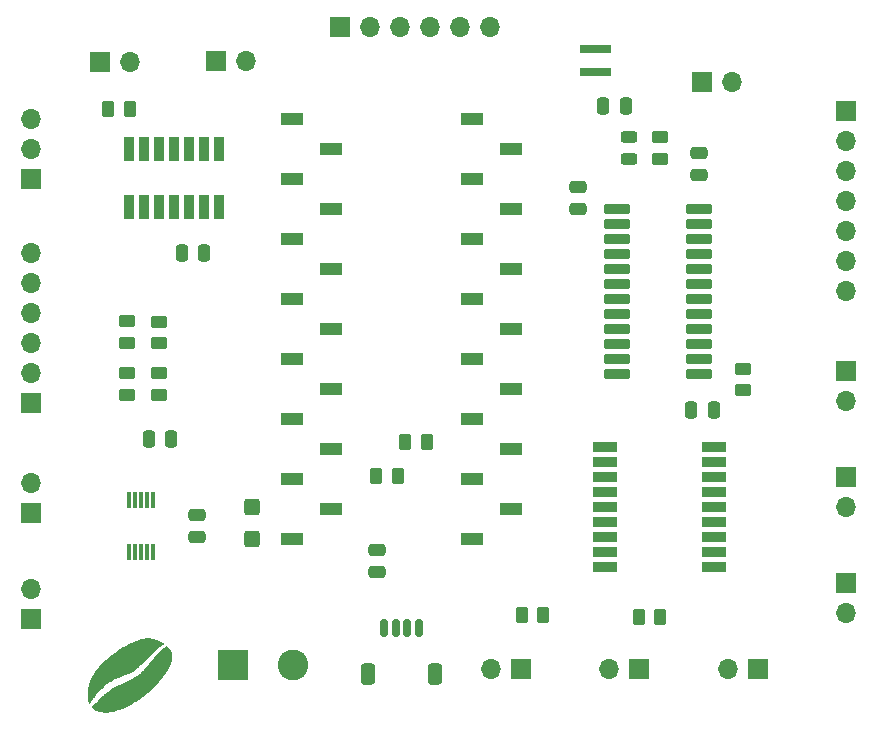
<source format=gbr>
%TF.GenerationSoftware,KiCad,Pcbnew,7.0.10*%
%TF.CreationDate,2024-03-09T05:04:33-09:00*%
%TF.ProjectId,SP_V.1.7.5_Board,53505f56-2e31-42e3-972e-355f426f6172,rev?*%
%TF.SameCoordinates,Original*%
%TF.FileFunction,Soldermask,Top*%
%TF.FilePolarity,Negative*%
%FSLAX46Y46*%
G04 Gerber Fmt 4.6, Leading zero omitted, Abs format (unit mm)*
G04 Created by KiCad (PCBNEW 7.0.10) date 2024-03-09 05:04:33*
%MOMM*%
%LPD*%
G01*
G04 APERTURE LIST*
G04 Aperture macros list*
%AMRoundRect*
0 Rectangle with rounded corners*
0 $1 Rounding radius*
0 $2 $3 $4 $5 $6 $7 $8 $9 X,Y pos of 4 corners*
0 Add a 4 corners polygon primitive as box body*
4,1,4,$2,$3,$4,$5,$6,$7,$8,$9,$2,$3,0*
0 Add four circle primitives for the rounded corners*
1,1,$1+$1,$2,$3*
1,1,$1+$1,$4,$5*
1,1,$1+$1,$6,$7*
1,1,$1+$1,$8,$9*
0 Add four rect primitives between the rounded corners*
20,1,$1+$1,$2,$3,$4,$5,0*
20,1,$1+$1,$4,$5,$6,$7,0*
20,1,$1+$1,$6,$7,$8,$9,0*
20,1,$1+$1,$8,$9,$2,$3,0*%
G04 Aperture macros list end*
%ADD10R,1.900000X1.000000*%
%ADD11R,1.700000X1.700000*%
%ADD12O,1.700000X1.700000*%
%ADD13RoundRect,0.250000X0.262500X0.450000X-0.262500X0.450000X-0.262500X-0.450000X0.262500X-0.450000X0*%
%ADD14RoundRect,0.056280X0.345720X-0.995720X0.345720X0.995720X-0.345720X0.995720X-0.345720X-0.995720X0*%
%ADD15RoundRect,0.250000X0.475000X-0.250000X0.475000X0.250000X-0.475000X0.250000X-0.475000X-0.250000X0*%
%ADD16RoundRect,0.250000X0.425000X-0.450000X0.425000X0.450000X-0.425000X0.450000X-0.425000X-0.450000X0*%
%ADD17RoundRect,0.250000X0.450000X-0.262500X0.450000X0.262500X-0.450000X0.262500X-0.450000X-0.262500X0*%
%ADD18RoundRect,0.056280X-1.000720X-0.345720X1.000720X-0.345720X1.000720X0.345720X-1.000720X0.345720X0*%
%ADD19RoundRect,0.243750X0.456250X-0.243750X0.456250X0.243750X-0.456250X0.243750X-0.456250X-0.243750X0*%
%ADD20RoundRect,0.250000X-0.250000X-0.475000X0.250000X-0.475000X0.250000X0.475000X-0.250000X0.475000X0*%
%ADD21RoundRect,0.250000X-0.450000X0.262500X-0.450000X-0.262500X0.450000X-0.262500X0.450000X0.262500X0*%
%ADD22RoundRect,0.250000X-0.262500X-0.450000X0.262500X-0.450000X0.262500X0.450000X-0.262500X0.450000X0*%
%ADD23RoundRect,0.039240X-0.287760X0.307760X-0.287760X-0.307760X0.287760X-0.307760X0.287760X0.307760X0*%
%ADD24RoundRect,0.250000X0.250000X0.475000X-0.250000X0.475000X-0.250000X-0.475000X0.250000X-0.475000X0*%
%ADD25R,0.300000X1.400000*%
%ADD26R,2.600000X2.600000*%
%ADD27C,2.600000*%
%ADD28RoundRect,0.150000X-0.150000X-0.625000X0.150000X-0.625000X0.150000X0.625000X-0.150000X0.625000X0*%
%ADD29RoundRect,0.250000X-0.350000X-0.650000X0.350000X-0.650000X0.350000X0.650000X-0.350000X0.650000X0*%
%ADD30RoundRect,0.065120X-1.021880X-0.341880X1.021880X-0.341880X1.021880X0.341880X-1.021880X0.341880X0*%
G04 APERTURE END LIST*
%TO.C,REF\u002A\u002A*%
G36*
X117077611Y-109652382D02*
G01*
X117253486Y-109670624D01*
X117339401Y-109685214D01*
X117423990Y-109703445D01*
X117507270Y-109725314D01*
X117589256Y-109750817D01*
X117669965Y-109779949D01*
X117749413Y-109812706D01*
X117799832Y-109835933D01*
X117853645Y-109862710D01*
X117908949Y-109891948D01*
X117963840Y-109922557D01*
X118016414Y-109953448D01*
X118064769Y-109983531D01*
X118107001Y-110011718D01*
X118125226Y-110024760D01*
X118141206Y-110036919D01*
X118151453Y-110044865D01*
X118166832Y-110056611D01*
X118204662Y-110085170D01*
X118211422Y-110090340D01*
X118217432Y-110095172D01*
X118222713Y-110099711D01*
X118225086Y-110101884D01*
X118227283Y-110104001D01*
X118229308Y-110106068D01*
X118231163Y-110108089D01*
X118232849Y-110110071D01*
X118234371Y-110112018D01*
X118235729Y-110113938D01*
X118236927Y-110115835D01*
X118237966Y-110117714D01*
X118238850Y-110119583D01*
X118239581Y-110121446D01*
X118240161Y-110123308D01*
X118240593Y-110125176D01*
X118240878Y-110127055D01*
X118241020Y-110128951D01*
X118241021Y-110130869D01*
X118240884Y-110132815D01*
X118240610Y-110134795D01*
X118240203Y-110136814D01*
X118239664Y-110138878D01*
X118238996Y-110140993D01*
X118238202Y-110143163D01*
X118237283Y-110145396D01*
X118236244Y-110147695D01*
X118233809Y-110152519D01*
X118231822Y-110155882D01*
X118229464Y-110159257D01*
X118226766Y-110162623D01*
X118223759Y-110165957D01*
X118220472Y-110169237D01*
X118216937Y-110172442D01*
X118213184Y-110175550D01*
X118209242Y-110178538D01*
X118205143Y-110181384D01*
X118200916Y-110184066D01*
X118196592Y-110186563D01*
X118192202Y-110188853D01*
X118187776Y-110190913D01*
X118183344Y-110192721D01*
X118178936Y-110194255D01*
X118174584Y-110195494D01*
X118170321Y-110196622D01*
X118166178Y-110197828D01*
X118162175Y-110199102D01*
X118158334Y-110200432D01*
X118154677Y-110201809D01*
X118151225Y-110203220D01*
X118148000Y-110204655D01*
X118145023Y-110206104D01*
X118142315Y-110207554D01*
X118139898Y-110208997D01*
X118138805Y-110209711D01*
X118137794Y-110210419D01*
X118136865Y-110211120D01*
X118136023Y-110211811D01*
X118135270Y-110212493D01*
X118134608Y-110213163D01*
X118134041Y-110213819D01*
X118133570Y-110214462D01*
X118133199Y-110215088D01*
X118132930Y-110215697D01*
X118132766Y-110216288D01*
X118132710Y-110216860D01*
X118132603Y-110217482D01*
X118132290Y-110218228D01*
X118131063Y-110220070D01*
X118129070Y-110222355D01*
X118126353Y-110225051D01*
X118118912Y-110231553D01*
X118109070Y-110239324D01*
X118097154Y-110248112D01*
X118083497Y-110257668D01*
X118068427Y-110267739D01*
X118052275Y-110278075D01*
X118025943Y-110294879D01*
X118000000Y-110312274D01*
X117972060Y-110332064D01*
X117939738Y-110356051D01*
X117900649Y-110386039D01*
X117852409Y-110423829D01*
X117718929Y-110530028D01*
X117647075Y-110589758D01*
X117560190Y-110666099D01*
X117458242Y-110759080D01*
X117341199Y-110868733D01*
X117061696Y-111138177D01*
X116721422Y-111474678D01*
X116494859Y-111699901D01*
X116307597Y-111883485D01*
X116152500Y-112031802D01*
X116084783Y-112094729D01*
X116022430Y-112151228D01*
X115964550Y-112202099D01*
X115910250Y-112248136D01*
X115858638Y-112290138D01*
X115808822Y-112328900D01*
X115759909Y-112365220D01*
X115711008Y-112399894D01*
X115661227Y-112433719D01*
X115609673Y-112467491D01*
X115529047Y-112516663D01*
X115440060Y-112565695D01*
X115343595Y-112614197D01*
X115240532Y-112661779D01*
X115131753Y-112708049D01*
X115018141Y-112752617D01*
X114900576Y-112795092D01*
X114779939Y-112835085D01*
X114721379Y-112853864D01*
X114668335Y-112871283D01*
X114626644Y-112885402D01*
X114611878Y-112890617D01*
X114602139Y-112894280D01*
X114407405Y-112971340D01*
X114295130Y-113017622D01*
X114182252Y-113068127D01*
X114068487Y-113123010D01*
X113953548Y-113182422D01*
X113837149Y-113246516D01*
X113719002Y-113315446D01*
X113598823Y-113389364D01*
X113476325Y-113468422D01*
X113450415Y-113486194D01*
X113421473Y-113507259D01*
X113355859Y-113558078D01*
X113282218Y-113618491D01*
X113203285Y-113686108D01*
X113121797Y-113758542D01*
X113040489Y-113833405D01*
X112962097Y-113908307D01*
X112889357Y-113980861D01*
X112828133Y-114046021D01*
X112756455Y-114126503D01*
X112677757Y-114218135D01*
X112595475Y-114316747D01*
X112513043Y-114418165D01*
X112433898Y-114518220D01*
X112361473Y-114612738D01*
X112299205Y-114697548D01*
X112271570Y-114736036D01*
X112246397Y-114770642D01*
X112226461Y-114797575D01*
X112219325Y-114806979D01*
X112214539Y-114813045D01*
X112209094Y-114820284D01*
X112200066Y-114833050D01*
X112173177Y-114872326D01*
X112137714Y-114925199D01*
X112097516Y-114985994D01*
X112056658Y-115047506D01*
X112019397Y-115102330D01*
X112003402Y-115125368D01*
X111989848Y-115144494D01*
X111979251Y-115158962D01*
X111972124Y-115168025D01*
X111972127Y-115168019D01*
X111963755Y-115177245D01*
X111955872Y-115184644D01*
X111952094Y-115187639D01*
X111948413Y-115190153D01*
X111944821Y-115192179D01*
X111941309Y-115193709D01*
X111937870Y-115194734D01*
X111934495Y-115195247D01*
X111931176Y-115195240D01*
X111927903Y-115194705D01*
X111924670Y-115193633D01*
X111921467Y-115192018D01*
X111918287Y-115189850D01*
X111915120Y-115187123D01*
X111911959Y-115183828D01*
X111908795Y-115179956D01*
X111902426Y-115170455D01*
X111895945Y-115158555D01*
X111889286Y-115144192D01*
X111882381Y-115127304D01*
X111875165Y-115107826D01*
X111867571Y-115085695D01*
X111859531Y-115060848D01*
X111835503Y-114979729D01*
X111815497Y-114900499D01*
X111799262Y-114821267D01*
X111786545Y-114740143D01*
X111777093Y-114655236D01*
X111770655Y-114564657D01*
X111766977Y-114466514D01*
X111765807Y-114358919D01*
X111767062Y-114267308D01*
X111770863Y-114177173D01*
X111777263Y-114088306D01*
X111786313Y-114000500D01*
X111798066Y-113913547D01*
X111812575Y-113827239D01*
X111829892Y-113741369D01*
X111850069Y-113655729D01*
X111873159Y-113570112D01*
X111899215Y-113484310D01*
X111928288Y-113398116D01*
X111960432Y-113311321D01*
X111995698Y-113223719D01*
X112034140Y-113135101D01*
X112075809Y-113045261D01*
X112120758Y-112953990D01*
X112205660Y-112794281D01*
X112296952Y-112638214D01*
X112395089Y-112485335D01*
X112500525Y-112335194D01*
X112613716Y-112187335D01*
X112735114Y-112041307D01*
X112865176Y-111896657D01*
X113004355Y-111752931D01*
X113153106Y-111609676D01*
X113311882Y-111466440D01*
X113481140Y-111322770D01*
X113661332Y-111178213D01*
X113852914Y-111032315D01*
X114056339Y-110884624D01*
X114272063Y-110734687D01*
X114500540Y-110582051D01*
X114751077Y-110422907D01*
X114994672Y-110278716D01*
X115231456Y-110149447D01*
X115461559Y-110035069D01*
X115685112Y-109935550D01*
X115902248Y-109850859D01*
X116113096Y-109780967D01*
X116317788Y-109725841D01*
X116516454Y-109685450D01*
X116709226Y-109659765D01*
X116896235Y-109648752D01*
X117077611Y-109652382D01*
G37*
G36*
X118565505Y-110374071D02*
G01*
X118587721Y-110395439D01*
X118608797Y-110416472D01*
X118628838Y-110437317D01*
X118647950Y-110458116D01*
X118666236Y-110479016D01*
X118683803Y-110500161D01*
X118700755Y-110521696D01*
X118717196Y-110543766D01*
X118733233Y-110566516D01*
X118748970Y-110590091D01*
X118764513Y-110614635D01*
X118779965Y-110640295D01*
X118795433Y-110667214D01*
X118811020Y-110695538D01*
X118842976Y-110756978D01*
X118865403Y-110802180D01*
X118874619Y-110821651D01*
X118882641Y-110839613D01*
X118889571Y-110856502D01*
X118895513Y-110872751D01*
X118900569Y-110888796D01*
X118904843Y-110905070D01*
X118908437Y-110922008D01*
X118911455Y-110940044D01*
X118913998Y-110959612D01*
X118916171Y-110981148D01*
X118919816Y-111031857D01*
X118923213Y-111095647D01*
X118924512Y-111133576D01*
X118924835Y-111174092D01*
X118924241Y-111216622D01*
X118922791Y-111260587D01*
X118917567Y-111350528D01*
X118909645Y-111439309D01*
X118899510Y-111522328D01*
X118893764Y-111560238D01*
X118887646Y-111594980D01*
X118881216Y-111625980D01*
X118874536Y-111652661D01*
X118867665Y-111674449D01*
X118860664Y-111690767D01*
X118856416Y-111699855D01*
X118849776Y-111715380D01*
X118830668Y-111762368D01*
X118806033Y-111824980D01*
X118778566Y-111896468D01*
X118764060Y-111933886D01*
X118748832Y-111971767D01*
X118733334Y-112009072D01*
X118718023Y-112044756D01*
X118703353Y-112077780D01*
X118689778Y-112107101D01*
X118677753Y-112131678D01*
X118667732Y-112150469D01*
X118648230Y-112185086D01*
X118626909Y-112223612D01*
X118606348Y-112261347D01*
X118589131Y-112293596D01*
X118573736Y-112322654D01*
X118558139Y-112351703D01*
X118544163Y-112377370D01*
X118533629Y-112396285D01*
X118518958Y-112420534D01*
X118497640Y-112453859D01*
X118472140Y-112492622D01*
X118444920Y-112533188D01*
X118418443Y-112571918D01*
X118395172Y-112605175D01*
X118377571Y-112629324D01*
X118371666Y-112636846D01*
X118368102Y-112640727D01*
X118366830Y-112641966D01*
X118365131Y-112643909D01*
X118360567Y-112649739D01*
X118354638Y-112657885D01*
X118347571Y-112668016D01*
X118339595Y-112679799D01*
X118330938Y-112692901D01*
X118321828Y-112706991D01*
X118312492Y-112721736D01*
X118302770Y-112736946D01*
X118292553Y-112752371D01*
X118282149Y-112767583D01*
X118271861Y-112782158D01*
X118261996Y-112795668D01*
X118252859Y-112807689D01*
X118244757Y-112817794D01*
X118241188Y-112821995D01*
X118237993Y-112825557D01*
X118231551Y-112832659D01*
X118224371Y-112840867D01*
X118216695Y-112849888D01*
X118208763Y-112859430D01*
X118200817Y-112869200D01*
X118193096Y-112878904D01*
X118185842Y-112888251D01*
X118179295Y-112896947D01*
X118107699Y-112990130D01*
X118025451Y-113090601D01*
X117933751Y-113197192D01*
X117833796Y-113308732D01*
X117613918Y-113541981D01*
X117375407Y-113780989D01*
X117127850Y-114016397D01*
X116880837Y-114238847D01*
X116643956Y-114438979D01*
X116532312Y-114527752D01*
X116426796Y-114607436D01*
X116407046Y-114621981D01*
X116388287Y-114635949D01*
X116370954Y-114649005D01*
X116355480Y-114660815D01*
X116342300Y-114671044D01*
X116331849Y-114679358D01*
X116324561Y-114685422D01*
X116322238Y-114687506D01*
X116320870Y-114688902D01*
X116308825Y-114700318D01*
X116287068Y-114717922D01*
X116220031Y-114767878D01*
X116130977Y-114831124D01*
X116031129Y-114900015D01*
X115931705Y-114966906D01*
X115843927Y-115024151D01*
X115779014Y-115064105D01*
X115758639Y-115075208D01*
X115748187Y-115079122D01*
X115747348Y-115079154D01*
X115746467Y-115079250D01*
X115744585Y-115079629D01*
X115742560Y-115080244D01*
X115740410Y-115081083D01*
X115738156Y-115082132D01*
X115735814Y-115083381D01*
X115733404Y-115084815D01*
X115730944Y-115086421D01*
X115728454Y-115088188D01*
X115725952Y-115090102D01*
X115723456Y-115092151D01*
X115720985Y-115094321D01*
X115718559Y-115096601D01*
X115716195Y-115098977D01*
X115713912Y-115101436D01*
X115711730Y-115103966D01*
X115709045Y-115106828D01*
X115705288Y-115110256D01*
X115694833Y-115118635D01*
X115680910Y-115128738D01*
X115664067Y-115140204D01*
X115644850Y-115152669D01*
X115623806Y-115165770D01*
X115601482Y-115179146D01*
X115578424Y-115192433D01*
X115398003Y-115294374D01*
X115353978Y-115318164D01*
X115290454Y-115351019D01*
X115127333Y-115432834D01*
X114953497Y-115517637D01*
X114813803Y-115583248D01*
X114742972Y-115614024D01*
X114668180Y-115644237D01*
X114508833Y-115702414D01*
X114339992Y-115756660D01*
X114165888Y-115805859D01*
X113990753Y-115848892D01*
X113818818Y-115884643D01*
X113654313Y-115911993D01*
X113576169Y-115922169D01*
X113501469Y-115929826D01*
X113501471Y-115929826D01*
X113432822Y-115934789D01*
X113364177Y-115937720D01*
X113295663Y-115938637D01*
X113227405Y-115937560D01*
X113159530Y-115934507D01*
X113092164Y-115929498D01*
X113025432Y-115922551D01*
X112959462Y-115913685D01*
X112894378Y-115902919D01*
X112830308Y-115890272D01*
X112767377Y-115875762D01*
X112705712Y-115859410D01*
X112645438Y-115841233D01*
X112586681Y-115821250D01*
X112529569Y-115799481D01*
X112474226Y-115775945D01*
X112452818Y-115765371D01*
X112428670Y-115751762D01*
X112402351Y-115735570D01*
X112374429Y-115717248D01*
X112345474Y-115697247D01*
X112316055Y-115676020D01*
X112286741Y-115654019D01*
X112258101Y-115631695D01*
X112230703Y-115609500D01*
X112205118Y-115587888D01*
X112181913Y-115567310D01*
X112161658Y-115548217D01*
X112144922Y-115531063D01*
X112132274Y-115516299D01*
X112127661Y-115509955D01*
X112124283Y-115504378D01*
X112122212Y-115499624D01*
X112121518Y-115495751D01*
X112123374Y-115488884D01*
X112128761Y-115478636D01*
X112149414Y-115448745D01*
X112182045Y-115407577D01*
X112225225Y-115356629D01*
X112337506Y-115231388D01*
X112474816Y-115085011D01*
X112625710Y-114929485D01*
X112778745Y-114776797D01*
X112922477Y-114638935D01*
X113045464Y-114527886D01*
X113129957Y-114455328D01*
X113192432Y-114402460D01*
X113257390Y-114348804D01*
X113349330Y-114273879D01*
X113419172Y-114218163D01*
X113490771Y-114163149D01*
X113638095Y-114055922D01*
X113789016Y-113953588D01*
X113941245Y-113857537D01*
X114092494Y-113769161D01*
X114167035Y-113728285D01*
X114240473Y-113689849D01*
X114312522Y-113654027D01*
X114382896Y-113620992D01*
X114451308Y-113590919D01*
X114517473Y-113563982D01*
X114567505Y-113544282D01*
X114616108Y-113524793D01*
X114657726Y-113507762D01*
X114686804Y-113495436D01*
X114880051Y-113411659D01*
X114963471Y-113374080D01*
X115060435Y-113327773D01*
X115165475Y-113275587D01*
X115273122Y-113220369D01*
X115377908Y-113164966D01*
X115474364Y-113112227D01*
X115557023Y-113064998D01*
X115620415Y-113026128D01*
X115668893Y-112995041D01*
X115714948Y-112966232D01*
X115753376Y-112942910D01*
X115768104Y-112934309D01*
X115778975Y-112928282D01*
X115795415Y-112918781D01*
X115817449Y-112904772D01*
X115875451Y-112865345D01*
X115947280Y-112814228D01*
X116027235Y-112755649D01*
X116109616Y-112693837D01*
X116188721Y-112633018D01*
X116258852Y-112577421D01*
X116314305Y-112531273D01*
X116432275Y-112425407D01*
X116550290Y-112312293D01*
X116666862Y-112193584D01*
X116780506Y-112070932D01*
X116889734Y-111945988D01*
X116993060Y-111820404D01*
X117088997Y-111695833D01*
X117133729Y-111634442D01*
X117176058Y-111573924D01*
X117236286Y-111488050D01*
X117299172Y-111402507D01*
X117364444Y-111317580D01*
X117431830Y-111233551D01*
X117501056Y-111150705D01*
X117571850Y-111069325D01*
X117643940Y-110989694D01*
X117717053Y-110912095D01*
X117790917Y-110836813D01*
X117865259Y-110764130D01*
X117939806Y-110694331D01*
X118014287Y-110627697D01*
X118088429Y-110564514D01*
X118161959Y-110505064D01*
X118234604Y-110449630D01*
X118306093Y-110398497D01*
X118470979Y-110284670D01*
X118565505Y-110374071D01*
G37*
%TD*%
D10*
%TO.C,J11*%
X129120000Y-65645000D03*
X132420000Y-68185000D03*
X129120000Y-70725000D03*
X132420000Y-73265000D03*
X129120000Y-75805000D03*
X132420000Y-78345000D03*
X129120000Y-80885000D03*
X132420000Y-83425000D03*
X129120000Y-85965000D03*
X132420000Y-88505000D03*
X129120000Y-91045000D03*
X132420000Y-93585000D03*
X129120000Y-96125000D03*
X132420000Y-98665000D03*
X129120000Y-101205000D03*
X144360000Y-101230000D03*
X147660000Y-98690000D03*
X144360000Y-96150000D03*
X147660000Y-93610000D03*
X144360000Y-91070000D03*
X147660000Y-88530000D03*
X144360000Y-85990000D03*
X147660000Y-83450000D03*
X144360000Y-80910000D03*
X147660000Y-78370000D03*
X144360000Y-75830000D03*
X147660000Y-73290000D03*
X144360000Y-70750000D03*
X147660000Y-68210000D03*
X144360000Y-65670000D03*
%TD*%
D11*
%TO.C,J13*%
X176000000Y-65000000D03*
D12*
X176000000Y-67540000D03*
X176000000Y-70080000D03*
X176000000Y-72620000D03*
X176000000Y-75160000D03*
X176000000Y-77700000D03*
X176000000Y-80240000D03*
%TD*%
D13*
%TO.C,R10*%
X140487500Y-93025000D03*
X138662500Y-93025000D03*
%TD*%
D14*
%TO.C,U5*%
X115290000Y-73117500D03*
X116560000Y-73117500D03*
X117830000Y-73117500D03*
X119100000Y-73117500D03*
X120370000Y-73117500D03*
X121640000Y-73117500D03*
X122910000Y-73117500D03*
X122910000Y-68207500D03*
X121640000Y-68207500D03*
X120370000Y-68207500D03*
X119100000Y-68207500D03*
X117830000Y-68207500D03*
X116560000Y-68207500D03*
X115290000Y-68207500D03*
%TD*%
D15*
%TO.C,C2*%
X163520000Y-70460000D03*
X163520000Y-68560000D03*
%TD*%
D16*
%TO.C,C7*%
X125730000Y-101200000D03*
X125730000Y-98500000D03*
%TD*%
D11*
%TO.C,J1*%
X163750000Y-62520000D03*
D12*
X166290000Y-62520000D03*
%TD*%
D11*
%TO.C,J9*%
X112810000Y-60830000D03*
D12*
X115350000Y-60830000D03*
%TD*%
D11*
%TO.C,J8*%
X133150000Y-57900000D03*
D12*
X135690000Y-57900000D03*
X138230000Y-57900000D03*
X140770000Y-57900000D03*
X143310000Y-57900000D03*
X145850000Y-57900000D03*
%TD*%
D17*
%TO.C,R5*%
X115085000Y-89012500D03*
X115085000Y-87187500D03*
%TD*%
%TO.C,R6*%
X117835000Y-84652500D03*
X117835000Y-82827500D03*
%TD*%
D11*
%TO.C,J6*%
X106975000Y-89750000D03*
D12*
X106975000Y-87210000D03*
X106975000Y-84670000D03*
X106975000Y-82130000D03*
X106975000Y-79590000D03*
X106975000Y-77050000D03*
%TD*%
D18*
%TO.C,U2*%
X155550000Y-93420000D03*
X155550000Y-94690000D03*
X155550000Y-95960000D03*
X155550000Y-97230000D03*
X155550000Y-98500000D03*
X155550000Y-99770000D03*
X155550000Y-101040000D03*
X155550000Y-102310000D03*
X155550000Y-103580000D03*
X164770000Y-103580000D03*
X164770000Y-102310000D03*
X164770000Y-101040000D03*
X164770000Y-99770000D03*
X164770000Y-98500000D03*
X164770000Y-97230000D03*
X164770000Y-95960000D03*
X164770000Y-94690000D03*
X164770000Y-93420000D03*
%TD*%
D11*
%TO.C,J10*%
X106975000Y-70725000D03*
D12*
X106975000Y-68185000D03*
X106975000Y-65645000D03*
%TD*%
D19*
%TO.C,D1*%
X157570000Y-69100000D03*
X157570000Y-67225000D03*
%TD*%
D11*
%TO.C,J15*%
X175975000Y-96000000D03*
D12*
X175975000Y-98540000D03*
%TD*%
D20*
%TO.C,C5*%
X155430000Y-64560000D03*
X157330000Y-64560000D03*
%TD*%
D21*
%TO.C,R4*%
X117825000Y-87207500D03*
X117825000Y-89032500D03*
%TD*%
D11*
%TO.C,J19*%
X176000000Y-105000000D03*
D12*
X176000000Y-107540000D03*
%TD*%
D17*
%TO.C,R11*%
X160200000Y-69062500D03*
X160200000Y-67237500D03*
%TD*%
D11*
%TO.C,J14*%
X122620000Y-60810000D03*
D12*
X125160000Y-60810000D03*
%TD*%
D15*
%TO.C,C6*%
X136250000Y-104075000D03*
X136250000Y-102175000D03*
%TD*%
D20*
%TO.C,C8*%
X116950000Y-92800000D03*
X118850000Y-92800000D03*
%TD*%
D11*
%TO.C,J16*%
X106975000Y-99000000D03*
D12*
X106975000Y-96460000D03*
%TD*%
D22*
%TO.C,R1*%
X158417500Y-107820000D03*
X160242500Y-107820000D03*
%TD*%
D11*
%TO.C,J2*%
X158500000Y-112225000D03*
D12*
X155960000Y-112225000D03*
%TD*%
D11*
%TO.C,J3*%
X148500000Y-112225000D03*
D12*
X145960000Y-112225000D03*
%TD*%
D23*
%TO.C,U4*%
X155725000Y-61670000D03*
X155075000Y-61670000D03*
X154425000Y-61670000D03*
X153775000Y-61670000D03*
X153775000Y-59730000D03*
X154425000Y-59730000D03*
X155075000Y-59730000D03*
X155725000Y-59730000D03*
%TD*%
D24*
%TO.C,C4*%
X121640000Y-77000000D03*
X119740000Y-77000000D03*
%TD*%
D22*
%TO.C,R9*%
X136187500Y-95875000D03*
X138012500Y-95875000D03*
%TD*%
D24*
%TO.C,C3*%
X164775000Y-90300000D03*
X162875000Y-90300000D03*
%TD*%
D25*
%TO.C,U3*%
X115275000Y-102325000D03*
X115775000Y-102325000D03*
X116275000Y-102325000D03*
X116775000Y-102325000D03*
X117275000Y-102325000D03*
X117275000Y-97925000D03*
X116775000Y-97925000D03*
X116275000Y-97925000D03*
X115775000Y-97925000D03*
X115275000Y-97925000D03*
%TD*%
D26*
%TO.C,J12*%
X124100000Y-111875000D03*
D27*
X129180000Y-111875000D03*
%TD*%
D11*
%TO.C,J4*%
X176000000Y-87000000D03*
D12*
X176000000Y-89540000D03*
%TD*%
D13*
%TO.C,R8*%
X115362500Y-64825000D03*
X113537500Y-64825000D03*
%TD*%
D17*
%TO.C,R3*%
X167300000Y-88637500D03*
X167300000Y-86812500D03*
%TD*%
D28*
%TO.C,J7*%
X136850000Y-108770000D03*
X137850000Y-108770000D03*
X138850000Y-108770000D03*
X139850000Y-108770000D03*
D29*
X135550000Y-112645000D03*
X141150000Y-112645000D03*
%TD*%
D30*
%TO.C,U1*%
X156605000Y-73295000D03*
X156605000Y-74565000D03*
X156605000Y-75835000D03*
X156605000Y-77105000D03*
X156605000Y-78375000D03*
X156605000Y-79645000D03*
X156605000Y-80915000D03*
X156605000Y-82185000D03*
X156605000Y-83455000D03*
X156605000Y-84725000D03*
X156605000Y-85995000D03*
X156605000Y-87265000D03*
X163535000Y-87265000D03*
X163535000Y-85995000D03*
X163535000Y-84725000D03*
X163535000Y-83455000D03*
X163535000Y-82185000D03*
X163535000Y-80915000D03*
X163535000Y-79645000D03*
X163535000Y-78375000D03*
X163535000Y-77105000D03*
X163535000Y-75835000D03*
X163535000Y-74565000D03*
X163535000Y-73295000D03*
%TD*%
D15*
%TO.C,C9*%
X121000000Y-101075000D03*
X121000000Y-99175000D03*
%TD*%
D21*
%TO.C,R7*%
X115095000Y-82817500D03*
X115095000Y-84642500D03*
%TD*%
D11*
%TO.C,J17*%
X106975000Y-108000000D03*
D12*
X106975000Y-105460000D03*
%TD*%
D15*
%TO.C,C1*%
X153260000Y-73300000D03*
X153260000Y-71400000D03*
%TD*%
D11*
%TO.C,J5*%
X168500000Y-112225000D03*
D12*
X165960000Y-112225000D03*
%TD*%
D22*
%TO.C,R2*%
X148547500Y-107670000D03*
X150372500Y-107670000D03*
%TD*%
M02*

</source>
